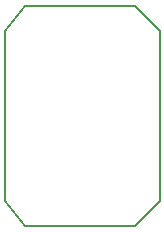
<source format=gko>
G04 DipTrace 2.4.0.2*
%INPCA9685.gko*%
%MOIN*%
%ADD11C,0.0055*%
%FSLAX44Y44*%
G04*
G70*
G90*
G75*
G01*
%LNBoardOutline*%
%LPD*%
X4597Y3937D2*
D11*
X3937Y4757D1*
Y10437D1*
X4597Y11257D1*
X8277D1*
X9097Y10437D1*
Y4757D1*
X8277Y3937D1*
X4597D1*
M02*

</source>
